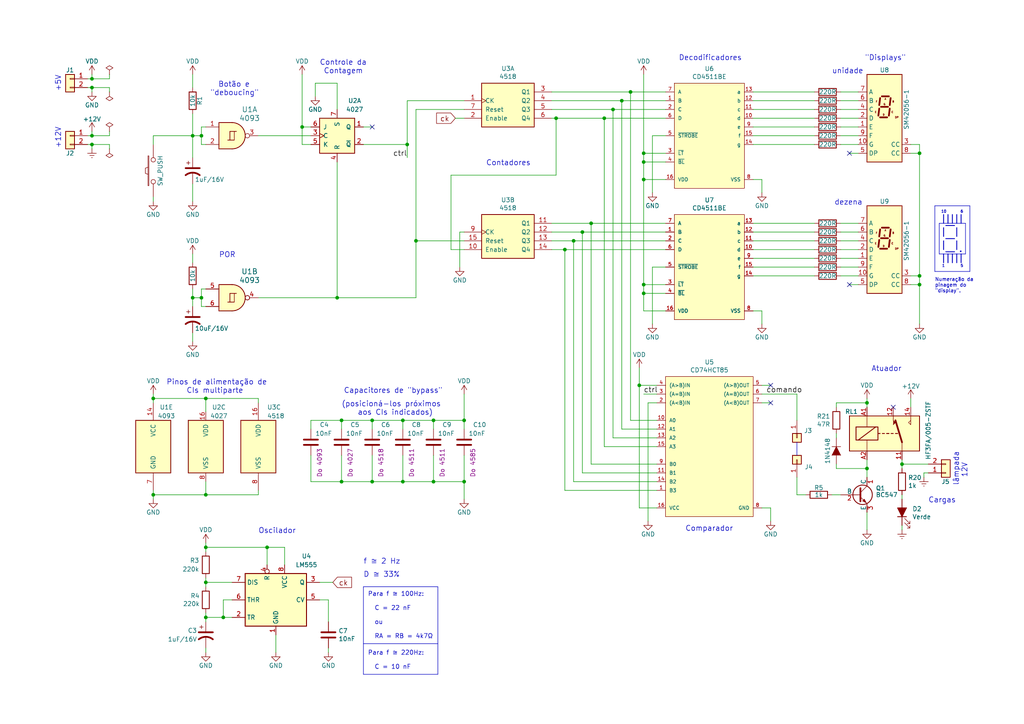
<source format=kicad_sch>
(kicad_sch (version 20230121) (generator eeschema)
  (paper "A4")
  (title_block (title "Dado Digital - CMOS") (date "2023-07-24") (rev "1.0.1") (company "ETE102 - Fundamentos de Circuitos Digitais") (comment 1 "Licença: CC-BY-SA (http://creativecommons.org/licenses/by-sa/4.0/)"))
  (junction (at 186.69 52.07))
  (junction (at 177.8 31.75))
  (junction (at 55.88 86.36))
  (junction (at 64.77 179.07))
  (junction (at 118.11 41.91))
  (junction (at 186.69 82.55))
  (junction (at 59.69 143.51))
  (junction (at 55.88 39.37))
  (junction (at 168.91 67.31))
  (junction (at 116.84 121.92))
  (junction (at 161.29 34.29))
  (junction (at 99.06 121.92))
  (junction (at 77.47 158.75))
  (junction (at 26.67 41.91))
  (junction (at 87.63 36.83))
  (junction (at 97.79 86.36))
  (junction (at 125.73 121.92))
  (junction (at 59.69 158.75))
  (junction (at 266.7 44.45))
  (junction (at 266.7 82.55))
  (junction (at 44.45 115.57))
  (junction (at 185.42 111.76))
  (junction (at 171.45 64.77))
  (junction (at 163.83 72.39))
  (junction (at 251.46 135.89))
  (junction (at 261.62 134.62))
  (junction (at 116.84 139.7))
  (junction (at 180.34 29.21))
  (junction (at 186.69 44.45))
  (junction (at 107.95 139.7))
  (junction (at 99.06 139.7))
  (junction (at 59.69 179.07))
  (junction (at 125.73 139.7))
  (junction (at 134.62 121.92))
  (junction (at 251.46 116.84))
  (junction (at 26.67 22.86))
  (junction (at 58.42 39.37))
  (junction (at 120.65 69.85))
  (junction (at 26.67 39.37))
  (junction (at 59.69 115.57))
  (junction (at 166.37 69.85))
  (junction (at 107.95 121.92))
  (junction (at 44.45 143.51))
  (junction (at 58.42 86.36))
  (junction (at 59.69 168.91))
  (junction (at 134.62 139.7))
  (junction (at 175.26 34.29))
  (junction (at 26.67 25.4))
  (junction (at 186.69 46.99))
  (junction (at 186.69 85.09))
  (junction (at 182.88 26.67))
  (junction (at 266.7 80.01))
  (no_connect (at 107.95 36.83))
  (no_connect (at 223.52 111.76))
  (no_connect (at 223.52 116.84))
  (no_connect (at 246.38 82.55))
  (no_connect (at 246.38 44.45))
  (no_connect (at 259.08 118.11))
  (wire (pts (xy 74.93 143.51) (xy 59.69 143.51)))
  (wire (pts (xy 116.84 139.7) (xy 107.95 139.7)))
  (wire (pts (xy 243.84 34.29) (xy 248.92 34.29)))
  (wire (pts (xy 59.69 158.75) (xy 59.69 160.02)))
  (wire (pts (xy 166.37 69.85) (xy 166.37 139.7)))
  (wire (pts (xy 134.62 132.08) (xy 134.62 139.7)))
  (polyline (pts (xy 278.511 72.771) (xy 278.765 72.771)))
  (wire (pts (xy 120.65 69.85) (xy 120.65 31.75)))
  (wire (pts (xy 218.44 69.85) (xy 236.22 69.85)))
  (wire (pts (xy 175.26 129.54) (xy 190.5 129.54)))
  (wire (pts (xy 246.38 82.55) (xy 248.92 82.55)))
  (wire (pts (xy 171.45 64.77) (xy 171.45 134.62)))
  (wire (pts (xy 177.8 127) (xy 190.5 127)))
  (polyline (pts (xy 127 195.58) (xy 105.41 195.58)))
  (wire (pts (xy 242.57 135.89) (xy 251.46 135.89)))
  (wire (pts (xy 99.06 121.92) (xy 107.95 121.92)))
  (wire (pts (xy 44.45 58.42) (xy 44.45 57.15)))
  (wire (pts (xy 193.04 85.09) (xy 186.69 85.09)))
  (wire (pts (xy 218.44 67.31) (xy 236.22 67.31)))
  (wire (pts (xy 26.67 22.86) (xy 31.75 22.86)))
  (wire (pts (xy 95.25 180.34) (xy 95.25 173.99)))
  (wire (pts (xy 223.52 147.32) (xy 223.52 151.13)))
  (wire (pts (xy 97.79 86.36) (xy 120.65 86.36)))
  (wire (pts (xy 77.47 163.83) (xy 77.47 158.75)))
  (wire (pts (xy 125.73 121.92) (xy 134.62 121.92)))
  (wire (pts (xy 218.44 34.29) (xy 236.22 34.29)))
  (wire (pts (xy 182.88 121.92) (xy 182.88 26.67)))
  (polyline (pts (xy 271.145 78.74) (xy 281.305 78.74)))
  (wire (pts (xy 218.44 36.83) (xy 236.22 36.83)))
  (wire (pts (xy 261.62 134.62) (xy 261.62 135.89)))
  (wire (pts (xy 186.69 85.09) (xy 186.69 90.17)))
  (wire (pts (xy 74.93 142.24) (xy 74.93 143.51)))
  (wire (pts (xy 55.88 83.82) (xy 55.88 86.36)))
  (wire (pts (xy 95.25 189.23) (xy 95.25 187.96)))
  (wire (pts (xy 266.7 44.45) (xy 264.16 44.45)))
  (wire (pts (xy 107.95 124.46) (xy 107.95 121.92)))
  (wire (pts (xy 58.42 86.36) (xy 55.88 86.36)))
  (wire (pts (xy 25.4 25.4) (xy 26.67 25.4)))
  (wire (pts (xy 44.45 115.57) (xy 59.69 115.57)))
  (polyline (pts (xy 273.685 69.85) (xy 273.685 72.39)) (stroke (width 0.254) (type solid)))
  (wire (pts (xy 251.46 115.57) (xy 251.46 116.84)))
  (wire (pts (xy 163.83 142.24) (xy 190.5 142.24)))
  (wire (pts (xy 168.91 67.31) (xy 168.91 137.16)))
  (wire (pts (xy 90.17 41.91) (xy 87.63 41.91)))
  (wire (pts (xy 269.24 137.16) (xy 267.97 137.16)))
  (wire (pts (xy 242.57 125.73) (xy 242.57 127)))
  (wire (pts (xy 133.35 67.31) (xy 133.35 77.47)))
  (wire (pts (xy 134.62 121.92) (xy 134.62 124.46)))
  (wire (pts (xy 99.06 139.7) (xy 99.06 132.08)))
  (wire (pts (xy 64.77 173.99) (xy 67.31 173.99)))
  (wire (pts (xy 193.04 90.17) (xy 186.69 90.17)))
  (polyline (pts (xy 277.495 73.66) (xy 277.495 76.2)) (stroke (width 0.254) (type solid)))
  (wire (pts (xy 266.7 41.91) (xy 266.7 44.45)))
  (polyline (pts (xy 273.685 73.66) (xy 273.685 76.2)) (stroke (width 0.254) (type solid)))
  (polyline (pts (xy 272.415 73.66) (xy 280.035 73.66)) (stroke (width 0) (type solid)))
  (wire (pts (xy 120.65 86.36) (xy 120.65 69.85)))
  (wire (pts (xy 80.01 189.23) (xy 80.01 184.15)))
  (wire (pts (xy 243.84 41.91) (xy 248.92 41.91)))
  (wire (pts (xy 218.44 29.21) (xy 236.22 29.21)))
  (wire (pts (xy 125.73 139.7) (xy 116.84 139.7)))
  (wire (pts (xy 59.69 168.91) (xy 59.69 170.18)))
  (wire (pts (xy 261.62 143.51) (xy 261.62 144.78)))
  (wire (pts (xy 175.26 129.54) (xy 175.26 34.29)))
  (polyline (pts (xy 281.305 59.69) (xy 271.145 59.69)))
  (wire (pts (xy 26.67 39.37) (xy 31.75 39.37)))
  (wire (pts (xy 160.02 72.39) (xy 163.83 72.39)))
  (wire (pts (xy 243.84 26.67) (xy 248.92 26.67)))
  (wire (pts (xy 55.88 33.02) (xy 55.88 39.37)))
  (polyline (pts (xy 276.225 62.23) (xy 276.225 64.77)) (stroke (width 0.254) (type solid)))
  (wire (pts (xy 231.14 143.51) (xy 231.14 138.43)))
  (wire (pts (xy 31.75 25.4) (xy 31.75 26.67)))
  (wire (pts (xy 90.17 121.92) (xy 99.06 121.92)))
  (wire (pts (xy 87.63 21.59) (xy 87.63 36.83)))
  (polyline (pts (xy 272.415 64.77) (xy 272.415 73.66)) (stroke (width 0) (type solid)))
  (wire (pts (xy 116.84 139.7) (xy 116.84 132.08)))
  (wire (pts (xy 251.46 133.35) (xy 251.46 135.89)))
  (wire (pts (xy 182.88 26.67) (xy 193.04 26.67)))
  (wire (pts (xy 59.69 115.57) (xy 74.93 115.57)))
  (wire (pts (xy 168.91 67.31) (xy 193.04 67.31)))
  (wire (pts (xy 220.98 90.17) (xy 220.98 93.98)))
  (wire (pts (xy 58.42 39.37) (xy 58.42 41.91)))
  (wire (pts (xy 193.04 39.37) (xy 189.23 39.37)))
  (wire (pts (xy 243.84 36.83) (xy 248.92 36.83)))
  (wire (pts (xy 261.62 152.4) (xy 261.62 153.67)))
  (wire (pts (xy 166.37 69.85) (xy 193.04 69.85)))
  (wire (pts (xy 185.42 111.76) (xy 190.5 111.76)))
  (wire (pts (xy 107.95 36.83) (xy 105.41 36.83)))
  (wire (pts (xy 177.8 31.75) (xy 193.04 31.75)))
  (wire (pts (xy 59.69 143.51) (xy 44.45 143.51)))
  (wire (pts (xy 266.7 80.01) (xy 266.7 82.55)))
  (wire (pts (xy 166.37 139.7) (xy 190.5 139.7)))
  (wire (pts (xy 160.02 67.31) (xy 168.91 67.31)))
  (wire (pts (xy 90.17 139.7) (xy 90.17 132.08)))
  (wire (pts (xy 266.7 44.45) (xy 266.7 80.01)))
  (wire (pts (xy 82.55 158.75) (xy 82.55 163.83)))
  (polyline (pts (xy 276.225 73.66) (xy 276.225 76.2)) (stroke (width 0.254) (type solid)))
  (wire (pts (xy 96.52 168.91) (xy 92.71 168.91)))
  (wire (pts (xy 261.62 134.62) (xy 269.24 134.62)))
  (wire (pts (xy 264.16 118.11) (xy 264.16 115.57)))
  (wire (pts (xy 243.84 74.93) (xy 248.92 74.93)))
  (wire (pts (xy 77.47 158.75) (xy 82.55 158.75)))
  (wire (pts (xy 218.44 26.67) (xy 236.22 26.67)))
  (wire (pts (xy 186.69 52.07) (xy 186.69 82.55)))
  (wire (pts (xy 74.93 86.36) (xy 97.79 86.36)))
  (wire (pts (xy 246.38 44.45) (xy 248.92 44.45)))
  (wire (pts (xy 185.42 111.76) (xy 185.42 106.68)))
  (wire (pts (xy 186.69 44.45) (xy 186.69 46.99)))
  (wire (pts (xy 107.95 139.7) (xy 99.06 139.7)))
  (wire (pts (xy 193.04 77.47) (xy 189.23 77.47)))
  (wire (pts (xy 175.26 34.29) (xy 193.04 34.29)))
  (wire (pts (xy 218.44 52.07) (xy 220.98 52.07)))
  (wire (pts (xy 31.75 22.86) (xy 31.75 21.59)))
  (wire (pts (xy 180.34 124.46) (xy 180.34 29.21)))
  (wire (pts (xy 120.65 31.75) (xy 134.62 31.75)))
  (wire (pts (xy 55.88 21.59) (xy 55.88 25.4)))
  (wire (pts (xy 193.04 44.45) (xy 186.69 44.45)))
  (polyline (pts (xy 231.14 128.27) (xy 231.14 132.08)))
  (wire (pts (xy 267.97 137.16) (xy 267.97 138.43)))
  (wire (pts (xy 58.42 36.83) (xy 58.42 39.37)))
  (wire (pts (xy 26.67 41.91) (xy 31.75 41.91)))
  (wire (pts (xy 31.75 41.91) (xy 31.75 43.18)))
  (wire (pts (xy 44.45 116.84) (xy 44.45 115.57)))
  (wire (pts (xy 125.73 124.46) (xy 125.73 121.92)))
  (wire (pts (xy 160.02 26.67) (xy 182.88 26.67)))
  (wire (pts (xy 67.31 168.91) (xy 59.69 168.91)))
  (wire (pts (xy 182.88 121.92) (xy 190.5 121.92)))
  (wire (pts (xy 26.67 25.4) (xy 31.75 25.4)))
  (wire (pts (xy 44.45 39.37) (xy 55.88 39.37)))
  (wire (pts (xy 161.29 34.29) (xy 175.26 34.29)))
  (wire (pts (xy 231.14 143.51) (xy 233.68 143.51)))
  (wire (pts (xy 105.41 41.91) (xy 118.11 41.91)))
  (wire (pts (xy 243.84 69.85) (xy 248.92 69.85)))
  (wire (pts (xy 134.62 139.7) (xy 125.73 139.7)))
  (wire (pts (xy 118.11 29.21) (xy 118.11 41.91)))
  (polyline (pts (xy 105.41 170.18) (xy 127 170.18)))
  (wire (pts (xy 59.69 179.07) (xy 64.77 179.07)))
  (wire (pts (xy 134.62 139.7) (xy 134.62 144.78)))
  (wire (pts (xy 134.62 29.21) (xy 118.11 29.21)))
  (wire (pts (xy 251.46 148.59) (xy 251.46 153.67)))
  (wire (pts (xy 161.29 50.8) (xy 161.29 34.29)))
  (polyline (pts (xy 278.765 73.025) (xy 278.511 73.025)))
  (wire (pts (xy 116.84 121.92) (xy 125.73 121.92)))
  (polyline (pts (xy 274.955 62.23) (xy 274.955 64.77)) (stroke (width 0.254) (type solid)))
  (wire (pts (xy 44.45 143.51) (xy 44.45 142.24)))
  (wire (pts (xy 251.46 135.89) (xy 251.46 138.43)))
  (wire (pts (xy 44.45 39.37) (xy 44.45 41.91)))
  (polyline (pts (xy 271.145 59.69) (xy 271.145 78.74)))
  (polyline (pts (xy 271.145 59.69) (xy 271.145 59.69)))
  (wire (pts (xy 186.69 46.99) (xy 186.69 52.07)))
  (wire (pts (xy 58.42 88.9) (xy 59.69 88.9)))
  (wire (pts (xy 116.84 124.46) (xy 116.84 121.92)))
  (wire (pts (xy 125.73 132.08) (xy 125.73 139.7)))
  (wire (pts (xy 218.44 31.75) (xy 236.22 31.75)))
  (wire (pts (xy 25.4 22.86) (xy 26.67 22.86)))
  (wire (pts (xy 107.95 132.08) (xy 107.95 139.7)))
  (wire (pts (xy 243.84 31.75) (xy 248.92 31.75)))
  (wire (pts (xy 251.46 116.84) (xy 251.46 118.11)))
  (wire (pts (xy 59.69 187.96) (xy 59.69 189.23)))
  (polyline (pts (xy 105.41 170.18) (xy 105.41 195.58)))
  (wire (pts (xy 59.69 158.75) (xy 77.47 158.75)))
  (wire (pts (xy 243.84 64.77) (xy 248.92 64.77)))
  (polyline (pts (xy 274.32 73.025) (xy 276.86 73.025)) (stroke (width 0.254) (type solid)))
  (wire (pts (xy 223.52 116.84) (xy 220.98 116.84)))
  (wire (pts (xy 26.67 41.91) (xy 26.67 43.18)))
  (wire (pts (xy 64.77 179.07) (xy 64.77 173.99)))
  (polyline (pts (xy 273.685 66.04) (xy 273.685 68.58)) (stroke (width 0.254) (type solid)))
  (wire (pts (xy 189.23 39.37) (xy 189.23 55.88)))
  (wire (pts (xy 160.02 31.75) (xy 177.8 31.75)))
  (wire (pts (xy 59.69 83.82) (xy 58.42 83.82)))
  (wire (pts (xy 58.42 83.82) (xy 58.42 86.36)))
  (wire (pts (xy 87.63 36.83) (xy 87.63 41.91)))
  (polyline (pts (xy 127 170.18) (xy 127 195.58)))
  (wire (pts (xy 99.06 139.7) (xy 90.17 139.7)))
  (wire (pts (xy 190.5 114.3) (xy 186.69 114.3)))
  (wire (pts (xy 59.69 157.48) (xy 59.69 158.75)))
  (wire (pts (xy 25.4 41.91) (xy 26.67 41.91)))
  (wire (pts (xy 134.62 69.85) (xy 120.65 69.85)))
  (wire (pts (xy 218.44 39.37) (xy 236.22 39.37)))
  (wire (pts (xy 218.44 41.91) (xy 236.22 41.91)))
  (wire (pts (xy 190.5 147.32) (xy 185.42 147.32)))
  (wire (pts (xy 74.93 115.57) (xy 74.93 116.84)))
  (wire (pts (xy 220.98 147.32) (xy 223.52 147.32)))
  (wire (pts (xy 220.98 52.07) (xy 220.98 55.88)))
  (wire (pts (xy 59.69 139.7) (xy 59.69 143.51)))
  (wire (pts (xy 171.45 134.62) (xy 190.5 134.62)))
  (wire (pts (xy 160.02 34.29) (xy 161.29 34.29)))
  (wire (pts (xy 90.17 36.83) (xy 87.63 36.83)))
  (wire (pts (xy 186.69 21.59) (xy 186.69 44.45)))
  (wire (pts (xy 55.88 76.2) (xy 55.88 73.66)))
  (wire (pts (xy 97.79 46.99) (xy 97.79 86.36)))
  (polyline (pts (xy 277.495 69.85) (xy 277.495 72.39)) (stroke (width 0.254) (type solid)))
  (wire (pts (xy 134.62 121.92) (xy 134.62 114.3)))
  (wire (pts (xy 55.88 58.42) (xy 55.88 53.34)))
  (wire (pts (xy 25.4 39.37) (xy 26.67 39.37)))
  (wire (pts (xy 163.83 72.39) (xy 163.83 142.24)))
  (wire (pts (xy 59.69 119.38) (xy 59.69 115.57)))
  (wire (pts (xy 266.7 82.55) (xy 264.16 82.55)))
  (polyline (pts (xy 278.765 73.66) (xy 278.765 76.2)) (stroke (width 0.254) (type solid)))
  (wire (pts (xy 243.84 80.01) (xy 248.92 80.01)))
  (wire (pts (xy 185.42 147.32) (xy 185.42 111.76)))
  (wire (pts (xy 187.96 116.84) (xy 190.5 116.84)))
  (wire (pts (xy 186.69 82.55) (xy 186.69 85.09)))
  (wire (pts (xy 58.42 41.91) (xy 59.69 41.91)))
  (wire (pts (xy 74.93 39.37) (xy 90.17 39.37)))
  (wire (pts (xy 242.57 135.89) (xy 242.57 134.62)))
  (polyline (pts (xy 274.32 65.405) (xy 276.86 65.405)) (stroke (width 0.254) (type solid)))
  (polyline (pts (xy 274.955 73.66) (xy 274.955 76.2)) (stroke (width 0.254) (type solid)))
  (wire (pts (xy 26.67 38.1) (xy 26.67 39.37)))
  (wire (pts (xy 55.88 39.37) (xy 58.42 39.37)))
  (wire (pts (xy 218.44 80.01) (xy 236.22 80.01)))
  (polyline (pts (xy 277.495 66.04) (xy 277.495 68.58)) (stroke (width 0.254) (type solid)))
  (polyline (pts (xy 127 186.69) (xy 105.41 186.69)))
  (wire (pts (xy 231.14 114.3) (xy 231.14 121.92)))
  (wire (pts (xy 160.02 64.77) (xy 171.45 64.77)))
  (wire (pts (xy 58.42 86.36) (xy 58.42 88.9)))
  (wire (pts (xy 242.57 116.84) (xy 242.57 118.11)))
  (polyline (pts (xy 278.765 72.771) (xy 278.765 73.025)))
  (polyline (pts (xy 281.305 78.74) (xy 281.305 59.69)))
  (wire (pts (xy 180.34 124.46) (xy 190.5 124.46)))
  (wire (pts (xy 160.02 29.21) (xy 180.34 29.21)))
  (wire (pts (xy 130.81 50.8) (xy 161.29 50.8)))
  (polyline (pts (xy 277.495 62.23) (xy 277.495 64.77)) (stroke (width 0.254) (type solid)))
  (wire (pts (xy 97.79 24.13) (xy 97.79 31.75)))
  (wire (pts (xy 160.02 69.85) (xy 166.37 69.85)))
  (wire (pts (xy 130.81 72.39) (xy 134.62 72.39)))
  (wire (pts (xy 95.25 173.99) (xy 92.71 173.99)))
  (wire (pts (xy 26.67 22.86) (xy 26.67 21.59)))
  (wire (pts (xy 218.44 90.17) (xy 220.98 90.17)))
  (wire (pts (xy 243.84 77.47) (xy 248.92 77.47)))
  (wire (pts (xy 218.44 77.47) (xy 236.22 77.47)))
  (wire (pts (xy 44.45 115.57) (xy 44.45 114.3)))
  (wire (pts (xy 171.45 64.77) (xy 193.04 64.77)))
  (wire (pts (xy 190.5 137.16) (xy 168.91 137.16)))
  (wire (pts (xy 261.62 134.62) (xy 261.62 133.35)))
  (wire (pts (xy 251.46 116.84) (xy 242.57 116.84)))
  (wire (pts (xy 177.8 127) (xy 177.8 31.75)))
  (wire (pts (xy 266.7 41.91) (xy 264.16 41.91)))
  (wire (pts (xy 59.69 179.07) (xy 59.69 180.34)))
  (wire (pts (xy 193.04 46.99) (xy 186.69 46.99)))
  (wire (pts (xy 243.84 29.21) (xy 248.92 29.21)))
  (wire (pts (xy 180.34 29.21) (xy 193.04 29.21)))
  (wire (pts (xy 220.98 114.3) (xy 231.14 114.3)))
  (wire (pts (xy 67.31 179.07) (xy 64.77 179.07)))
  (wire (pts (xy 31.75 39.37) (xy 31.75 38.1)))
  (wire (pts (xy 266.7 82.55) (xy 266.7 93.98)))
  (wire (pts (xy 218.44 72.39) (xy 236.22 72.39)))
  (wire (pts (xy 223.52 111.76) (xy 220.98 111.76)))
  (wire (pts (xy 193.04 52.07) (xy 186.69 52.07)))
  (polyline (pts (xy 278.765 62.23) (xy 278.765 64.77)) (stroke (width 0.254) (type solid)))
  (wire (pts (xy 266.7 80.01) (xy 264.16 80.01)))
  (wire (pts (xy 90.17 124.46) (xy 90.17 121.92)))
  (polyline (pts (xy 273.685 62.23) (xy 273.685 64.77)) (stroke (width 0.254) (type solid)))
  (wire (pts (xy 218.44 64.77) (xy 236.22 64.77)))
  (wire (pts (xy 163.83 72.39) (xy 193.04 72.39)))
  (wire (pts (xy 59.69 167.64) (xy 59.69 168.91)))
  (wire (pts (xy 241.3 143.51) (xy 243.84 143.51)))
  (wire (pts (xy 193.04 82.55) (xy 186.69 82.55)))
  (wire (pts (xy 26.67 25.4) (xy 26.67 26.67)))
  (wire (pts (xy 97.79 24.13) (xy 91.44 24.13)))
  (wire (pts (xy 55.88 39.37) (xy 55.88 45.72)))
  (wire (pts (xy 55.88 96.52) (xy 55.88 99.06)))
  (polyline (pts (xy 280.035 73.66) (xy 280.035 64.77)) (stroke (width 0) (type solid)))
  (wire (pts (xy 132.08 34.29) (xy 134.62 34.29)))
  (polyline (pts (xy 278.511 72.771) (xy 278.511 73.025)))
  (wire (pts (xy 99.06 124.46) (xy 99.06 121.92)))
  (polyline (pts (xy 272.415 64.77) (xy 280.035 64.77)) (stroke (width 0) (type solid)))
  (wire (pts (xy 59.69 36.83) (xy 58.42 36.83)))
  (wire (pts (xy 187.96 116.84) (xy 187.96 151.13)))
  (wire (pts (xy 91.44 24.13) (xy 91.44 27.94)))
  (wire (pts (xy 243.84 67.31) (xy 248.92 67.31)))
  (wire (pts (xy 59.69 177.8) (xy 59.69 179.07)))
  (wire (pts (xy 130.81 72.39) (xy 130.81 50.8)))
  (wire (pts (xy 243.84 72.39) (xy 248.92 72.39)))
  (wire (pts (xy 189.23 77.47) (xy 189.23 93.98)))
  (wire (pts (xy 107.95 121.92) (xy 116.84 121.92)))
  (wire (pts (xy 134.62 67.31) (xy 133.35 67.31)))
  (polyline (pts (xy 274.32 69.215) (xy 276.86 69.215)) (stroke (width 0.254) (type solid)))
  (wire (pts (xy 118.11 41.91) (xy 118.11 45.72)))
  (wire (pts (xy 44.45 144.78) (xy 44.45 143.51)))
  (wire (pts (xy 243.84 39.37) (xy 248.92 39.37)))
  (wire (pts (xy 218.44 74.93) (xy 236.22 74.93)))
  (wire (pts (xy 55.88 86.36) (xy 55.88 88.9)))
  (text "Capacitores de \"bypass\"" (at 99.695 114.3 0) (effects (font (size 1.524 1.524)) (justify left bottom)))
  (text "1" (at 273.177 77.724 0) (effects (font (size 0.762 0.762)) (justify left bottom)))
  (text "+12V" (at 17.78 43.18 90) (effects (font (size 1.524 1.524)) (justify left bottom)))
  (text "Para f ≅ 220Hz:\n\n  C = 10 nF" (at 106.68 194.31 0) (effects (font (size 1.27 1.27)) (justify left bottom)))
  (text "POR" (at 63.5 74.93 0) (effects (font (size 1.524 1.524)) (justify left bottom)))
  (text "Decodificadores" (at 196.85 17.78 0) (effects (font (size 1.524 1.524)) (justify left bottom)))
  (text "Para f ≅ 100Hz:\n\n  C = 22 nF\n\n  ou\n\n  RA = RB = 4k7Ω" (at 106.68 185.42 0) (effects (font (size 1.27 1.27)) (justify left bottom)))
  (text "Pinos de alimentação de\n     CIs multiparte" (at 48.26 114.3 0) (effects (font (size 1.524 1.524)) (justify left bottom)))
  (text "Oscilador" (at 74.93 154.94 0) (effects (font (size 1.524 1.524)) (justify left bottom)))
  (text "10" (at 272.923 61.976 0) (effects (font (size 0.762 0.762)) (justify left bottom)))
  (text "unidade" (at 241.3 21.59 0) (effects (font (size 1.524 1.524)) (justify left bottom)))
  (text "\"Displays\"" (at 250.825 17.78 0) (effects (font (size 1.524 1.524)) (justify left bottom)))
  (text "+5V" (at 17.78 26.67 90) (effects (font (size 1.524 1.524)) (justify left bottom)))
  (text "D ≅ 33%" (at 105.41 167.64 0) (effects (font (size 1.524 1.524)) (justify left bottom)))
  (text "Cargas" (at 269.24 146.05 0) (effects (font (size 1.524 1.524)) (justify left bottom)))
  (text "6" (at 278.511 61.976 0) (effects (font (size 0.762 0.762)) (justify left bottom)))
  (text "5" (at 278.511 77.724 0) (effects (font (size 0.762 0.762)) (justify left bottom)))
  (text "  Botão e\n\"deboucing\"" (at 60.96 27.94 0) (effects (font (size 1.524 1.524)) (justify left bottom)))
  (text "Atuador" (at 252.73 107.95 0) (effects (font (size 1.524 1.524)) (justify left bottom)))
  (text "Controle da\n Contagem" (at 92.71 21.59 0) (effects (font (size 1.524 1.524)) (justify left bottom)))
  (text "dezena" (at 250.19 59.69 0) (effects (font (size 1.524 1.524)) (justify right bottom)))
  (text "lâmpada\n  12V" (at 280.67 140.97 90) (effects (font (size 1.524 1.524)) (justify left bottom)))
  (text "(posicioná-los próximos\n    aos CIs indicados)" (at 99.06 120.65 0) (effects (font (size 1.524 1.524)) (justify left bottom)))
  (text "Contadores" (at 140.97 48.26 0) (effects (font (size 1.524 1.524)) (justify left bottom)))
  (text "Comparador" (at 198.755 154.305 0) (effects (font (size 1.524 1.524)) (justify left bottom)))
  (text "f ≅ 2 Hz" (at 105.41 163.83 0) (effects (font (size 1.524 1.524)) (justify left bottom)))
  (text "Numeração da\npinagem do\n\"display\"." (at 271.145 85.09 0) (effects (font (size 1.016 1.016)) (justify left bottom)))
  (label "comando" (at 222.25 114.3 0) (effects (font (size 1.524 1.524))))
  (label "ctrl" (at 118.11 45.72 180) (effects (font (size 1.524 1.524))))
  (label "ctrl" (at 186.69 114.3 0) (effects (font (size 1.524 1.524))))
  (global_label "ck" (shape input) (at 132.08 34.29 180) (effects (font (size 1.524 1.524))) (property "Intersheetrefs" "${INTERSHEET_REFS}" (effects hide)))
  (global_label "ck" (shape input) (at 96.52 168.91 0) (effects (font (size 1.524 1.524))) (property "Intersheetrefs" "${INTERSHEET_REFS}" (effects hide)))
  (symbol (lib_id "DD_CMOS-rescue:SW_PUSH") (at 44.45 49.53 90) (unit 1)
    (property "Reference" "SW1" (effects hide))
    (property "Value" "SW_PUSH" (at 46.482 49.53 0))
    (property "Footprint" "Button_Switch_THT:SW_PUSH_6mm" (effects hide))
  )
  (symbol (lib_id "power:GND") (at 44.45 58.42 0) (unit 1)
    (property "Reference" "#PWR06" (effects hide))
    (property "Value" "GND" (at 44.45 62.23 0))
  )
  (symbol (lib_id "DD_CMOS-rescue:R") (at 55.88 29.21 0) (unit 1)
    (property "Reference" "R1" (at 57.912 29.21 90))
    (property "Value" "10k" (at 55.88 29.21 90))
    (property "Footprint" "Resistor_THT:R_Axial_DIN0207_L6.3mm_D2.5mm_P10.16mm_Horizontal" (effects hide))
  )
  (symbol (lib_id "DD_CMOS-rescue:CP1-Device") (at 55.88 49.53 0) (unit 1)
    (property "Reference" "C1" (effects hide))
    (property "Value" "1uF/16V" (at 56.515 52.07 0) (effects (justify left)))
    (property "Footprint" "Capacitor_THT:CP_Radial_D5.0mm_P2.50mm" (effects hide))
  )
  (symbol (lib_id "power:GND") (at 55.88 58.42 0) (unit 1)
    (property "Reference" "#PWR010" (effects hide))
    (property "Value" "GND" (at 55.88 62.23 0))
  )
  (symbol (lib_id "power:VDD") (at 87.63 21.59 0) (unit 1)
    (property "Reference" "#PWR015" (effects hide))
    (property "Value" "VDD" (at 87.63 17.78 0))
  )
  (symbol (lib_id "4xxx:4027") (at 97.79 39.37 0) (unit 1)
    (property "Reference" "U2" (at 102.87 29.21 0))
    (property "Value" "4027" (at 102.87 31.75 0))
    (property "Footprint" "Package_DIP:DIP-16_W7.62mm_LongPads" (effects hide))
  )
  (symbol (lib_id "power:GND") (at 133.35 77.47 0) (unit 1)
    (property "Reference" "#PWR019" (effects hide))
    (property "Value" "GND" (at 133.35 81.28 0))
  )
  (symbol (lib_id "power:VDD") (at 55.88 73.66 0) (unit 1)
    (property "Reference" "#PWR011" (effects hide))
    (property "Value" "VDD" (at 55.88 69.85 0))
  )
  (symbol (lib_id "DD_CMOS-rescue:R") (at 55.88 80.01 0) (unit 1)
    (property "Reference" "R2" (effects hide))
    (property "Value" "10k" (at 55.88 80.01 90))
    (property "Footprint" "Resistor_THT:R_Axial_DIN0207_L6.3mm_D2.5mm_P10.16mm_Horizontal" (effects hide))
  )
  (symbol (lib_id "DD_CMOS-rescue:CP1-Device") (at 55.88 92.71 0) (unit 1)
    (property "Reference" "C2" (effects hide))
    (property "Value" "10uF/16V" (at 56.515 95.25 0) (effects (justify left)))
    (property "Footprint" "Capacitor_THT:CP_Radial_D5.0mm_P2.50mm" (effects hide))
  )
  (symbol (lib_id "power:GND") (at 55.88 99.06 0) (unit 1)
    (property "Reference" "#PWR012" (effects hide))
    (property "Value" "GND" (at 55.88 102.87 0))
  )
  (symbol (lib_id "power:VDD") (at 55.88 21.59 0) (unit 1)
    (property "Reference" "#PWR09" (effects hide))
    (property "Value" "VDD" (at 55.88 17.78 0))
  )
  (symbol (lib_id "DD_CMOS-rescue:R") (at 237.49 143.51 90) (unit 1)
    (property "Reference" "R5" (at 237.49 141.478 90))
    (property "Value" "1k" (at 237.49 143.51 90))
    (property "Footprint" "Resistor_THT:R_Axial_DIN0207_L6.3mm_D2.5mm_P10.16mm_Horizontal" (effects hide))
  )
  (symbol (lib_id "DD_CMOS-rescue:BC549") (at 248.92 143.51 0) (unit 1)
    (property "Reference" "Q1" (at 254 141.605 0) (effects (justify left)))
    (property "Value" "BC547" (at 254 143.51 0) (effects (justify left)))
    (property "Footprint" "Package_TO_SOT_THT:TO-92" (effects hide))
  )
  (symbol (lib_id "DD_CMOS-rescue:D") (at 242.57 130.81 270) (unit 1)
    (property "Reference" "D1" (effects hide))
    (property "Value" "1N4148" (at 240.03 130.81 0))
    (property "Footprint" "Diode_THT:D_DO-34_SOD68_P7.62mm_Horizontal" (effects hide))
  )
  (symbol (lib_id "power:VDD") (at 251.46 115.57 0) (unit 1)
    (property "Reference" "#PWR030" (effects hide))
    (property "Value" "VDD" (at 251.46 111.76 0))
  )
  (symbol (lib_id "power:GND") (at 251.46 153.67 0) (unit 1)
    (property "Reference" "#PWR031" (effects hide))
    (property "Value" "GND" (at 251.46 157.48 0))
  )
  (symbol (lib_id "power:GND") (at 187.96 151.13 0) (unit 1)
    (property "Reference" "#PWR024" (effects hide))
    (property "Value" "GND" (at 187.96 154.94 0))
  )
  (symbol (lib_id "DD_CMOS-rescue:R") (at 240.03 26.67 90) (unit 1)
    (property "Reference" "R6" (effects hide))
    (property "Value" "220R" (at 240.03 26.67 90))
    (property "Footprint" "Resistor_THT:R_Axial_DIN0207_L6.3mm_D2.5mm_P10.16mm_Horizontal" (effects hide))
  )
  (symbol (lib_id "power:VDD") (at 186.69 21.59 0) (unit 1)
    (property "Reference" "#PWR023" (effects hide))
    (property "Value" "VDD" (at 186.69 17.78 0))
  )
  (symbol (lib_id "power:GND") (at 189.23 55.88 0) (unit 1)
    (property "Reference" "#PWR025" (effects hide))
    (property "Value" "GND" (at 189.23 59.69 0))
  )
  (symbol (lib_id "power:GND") (at 91.44 27.94 0) (unit 1)
    (property "Reference" "#PWR016" (effects hide))
    (property "Value" "GND" (at 91.44 31.75 0))
  )
  (symbol (lib_id "power:GND") (at 266.7 93.98 0) (unit 1)
    (property "Reference" "#PWR034" (effects hide))
    (property "Value" "GND" (at 266.7 97.79 0))
  )
  (symbol (lib_id "power:VDD") (at 185.42 106.68 0) (unit 1)
    (property "Reference" "#PWR022" (effects hide))
    (property "Value" "VDD" (at 185.42 102.87 0))
  )
  (symbol (lib_id "power:GND") (at 26.67 26.67 0) (unit 1)
    (property "Reference" "#PWR02" (effects hide))
    (property "Value" "GND" (at 26.67 30.48 0))
  )
  (symbol (lib_id "4xxx:HEF4093B") (at 67.31 39.37 0) (unit 1)
    (property "Reference" "U1" (at 72.39 31.75 0) (effects (font (size 1.524 1.524))))
    (property "Value" "4093" (at 72.39 34.29 0) (effects (font (size 1.524 1.524))))
    (property "Footprint" "Package_DIP:DIP-14_W7.62mm_LongPads" (effects hide))
  )
  (symbol (lib_id "power:VDD") (at 44.45 114.3 0) (unit 1)
    (property "Reference" "#PWR07" (effects hide))
    (property "Value" "VDD" (at 44.45 110.49 0))
  )
  (symbol (lib_id "power:GND") (at 44.45 144.78 0) (unit 1)
    (property "Reference" "#PWR08" (effects hide))
    (property "Value" "GND" (at 44.45 148.59 0))
  )
  (symbol (lib_id "power:VDD") (at 26.67 21.59 0) (unit 1)
    (property "Reference" "#PWR01" (effects hide))
    (property "Value" "VDD" (at 26.67 17.78 0))
  )
  (symbol (lib_id "power:PWR_FLAG") (at 31.75 26.67 180) (unit 1)
    (property "Reference" "#PWR05" (effects hide))
    (property "Value" "PWR_FLAG" (effects hide))
  )
  (symbol (lib_id "power:GND") (at 189.23 93.98 0) (unit 1)
    (property "Reference" "#PWR026" (effects hide))
    (property "Value" "GND" (at 189.23 97.79 0))
  )
  (symbol (lib_id "power:+12V") (at 264.16 115.57 0) (unit 1)
    (property "Reference" "#PWR033" (effects hide))
    (property "Value" "+12V" (at 264.16 112.014 0))
  )
  (symbol (lib_id "power:+12V") (at 26.67 38.1 0) (unit 1)
    (property "Reference" "#PWR03" (effects hide))
    (property "Value" "+12V" (at 26.67 34.544 0))
  )
  (symbol (lib_id "DD_CMOS-rescue:FINDER-40.51") (at 256.54 125.73 0) (unit 1)
    (property "Reference" "RL1" (at 245.11 119.38 0) (effects (justify left)))
    (property "Value" "HF3FA/005-ZSTF" (at 269.24 133.35 90) (effects (justify left)))
    (property "Footprint" "Relay_THT:Relay_SPDT_SANYOU_SRD_Series_Form_C" (effects hide))
  )
  (symbol (lib_id "power:PWR_FLAG") (at 31.75 43.18 180) (unit 1)
    (property "Reference" "#FLG03" (effects hide))
    (property "Value" "PWR_FLAG" (effects hide))
  )
  (symbol (lib_id "power:PWR_FLAG") (at 31.75 38.1 0) (unit 1)
    (property "Reference" "#FLG02" (effects hide))
    (property "Value" "PWR_FLAG" (effects hide))
  )
  (symbol (lib_id "power:PWR_FLAG") (at 31.75 21.59 0) (unit 1)
    (property "Reference" "#FLG01" (effects hide))
    (property "Value" "PWR_FLAG" (effects hide))
  )
  (symbol (lib_id "4xxx:HEF4093B") (at 44.45 129.54 0) (unit 5)
    (property "Reference" "U1" (at 48.26 118.11 0))
    (property "Value" "4093" (at 48.26 120.65 0))
    (property "Footprint" "Package_DIP:DIP-14_W7.62mm_LongPads" (effects hide))
  )
  (symbol (lib_id "4xxx:HEF4093B") (at 67.31 86.36 0) (unit 2)
    (property "Reference" "U1" (at 72.39 78.74 0) (effects (font (size 1.524 1.524))))
    (property "Value" "4093" (at 72.39 81.28 0) (effects (font (size 1.524 1.524))))
    (property "Footprint" "Package_DIP:DIP-14_W7.62mm_LongPads" (effects hide))
  )
  (symbol (lib_id "4xxx:4518") (at 147.32 29.21 0) (unit 1)
    (property "Reference" "U3" (at 147.32 19.8882 0))
    (property "Value" "4518" (at 147.32 22.1996 0))
    (property "Footprint" "Package_DIP:DIP-16_W7.62mm_LongPads" (effects hide))
    (property "Datasheet" "http://www.intersil.com/content/dam/Intersil/documents/cd45/cd4518bms-20bms.pdf" (effects hide))
  )
  (symbol (lib_id "4xxx:4518") (at 147.32 67.31 0) (unit 2)
    (property "Reference" "U3" (at 147.32 57.9882 0))
    (property "Value" "4518" (at 147.32 60.2996 0))
    (property "Footprint" "Package_DIP:DIP-16_W7.62mm_LongPads" (effects hide))
    (property "Datasheet" "http://www.intersil.com/content/dam/Intersil/documents/cd45/cd4518bms-20bms.pdf" (effects hide))
  )
  (symbol (lib_id "4xxx:4518") (at 74.93 129.54 0) (unit 3)
    (property "Reference" "U3" (at 77.47 118.11 0) (effects (justify left)))
    (property "Value" "4518" (at 77.47 120.65 0) (effects (justify left)))
    (property "Footprint" "Package_DIP:DIP-16_W7.62mm_LongPads" (effects hide))
    (property "Datasheet" "http://www.intersil.com/content/dam/Intersil/documents/cd45/cd4518bms-20bms.pdf" (effects hide))
  )
  (symbol (lib_id "4xxx:4027") (at 59.69 129.54 0) (unit 3)
    (property "Reference" "U2" (at 63.5 118.11 0))
    (property "Value" "4027" (at 63.5 120.65 0))
    (property "Footprint" "Package_DIP:DIP-16_W7.62mm_LongPads" (effects hide))
  )
  (symbol (lib_id "DD_CMOS-rescue:CD4511BE-eec") (at 190.5 26.67 0) (unit 1)
    (property "Reference" "U6" (at 205.74 19.939 0))
    (property "Value" "CD4511BE" (at 205.74 22.2504 0))
    (property "Footprint" "Package_DIP:DIP-16_W7.62mm_LongPads" (effects hide))
    (property "Datasheet" "http://www.ti.com/general/docs/lit/getliterature.tsp?genericPartNumber=CD4511B&fileType=pdf" (effects hide))
    (property "Code  JEDEC" "MS-001" (effects hide))
    (property "Component Link 1 Description" "Manufacturer URL" (effects hide))
    (property "Component Link 1 URL" "http://www.ti.com/" (effects hide))
    (property "Component Link 3 Description" "Package Specification" (effects hide))
    (property "Component Link 3 URL" "http://www.ti.com/litv/pdf/mpdi002c" (effects hide))
    (property "Datasheet Version" "SCHS072B" (effects hide))
    (property "Mounting Technology" "Through Hole" (effects hide))
    (property "Package Description" "16-Pin Plastic In-Line, Body 19.305 x 6.35 mm, Pitch 2.54 mm" (effects hide))
    (property "Package Version" "4040049/E" (effects hide))
    (property "Rating" "Military" (effects hide))
    (property "Sub Family" "Discrete Segment LED Driver" (effects hide))
    (property "Vin Max V" "18" (effects hide))
    (property "Vin Min V" "3" (effects hide))
    (property "category" "IC" (effects hide))
    (property "ciiva ids" "13585921" (effects hide))
    (property "library id" "8d74ce39b66b2924" (effects hide))
    (property "manufacturer" "Texas Instruments" (effects hide))
    (property "package" "N0016A" (effects hide))
    (property "release date" "1464591341" (effects hide))
    (property "rohs" "Yes" (effects hide))
    (property "vault revision" "B4FF7ED3-A38F-4FCD-BB2B-34C921878191" (effects hide))
    (property "imported" "yes" (effects hide))
  )
  (symbol (lib_id "DD_CMOS-rescue:CD4511BE-eec") (at 190.5 64.77 0) (unit 1)
    (property "Reference" "U7" (at 205.74 58.039 0))
    (property "Value" "CD4511BE" (at 205.74 60.3504 0))
    (property "Footprint" "Package_DIP:DIP-16_W7.62mm_LongPads" (effects hide))
    (property "Datasheet" "http://www.ti.com/general/docs/lit/getliterature.tsp?genericPartNumber=CD4511B&fileType=pdf" (effects hide))
    (property "Code  JEDEC" "MS-001" (effects hide))
    (property "Component Link 1 Description" "Manufacturer URL" (effects hide))
    (property "Component Link 1 URL" "http://www.ti.com/" (effects hide))
    (property "Component Link 3 Description" "Package Specification" (effects hide))
    (property "Component Link 3 URL" "http://www.ti.com/litv/pdf/mpdi002c" (effects hide))
    (property "Datasheet Version" "SCHS072B" (effects hide))
    (property "Mounting Technology" "Through Hole" (effects hide))
    (property "Package Description" "16-Pin Plastic In-Line, Body 19.305 x 6.35 mm, Pitch 2.54 mm" (effects hide))
    (property "Package Version" "4040049/E" (effects hide))
    (property "Rating" "Military" (effects hide))
    (property "Sub Family" "Discrete Segment LED Driver" (effects hide))
    (property "Vin Max V" "18" (effects hide))
    (property "Vin Min V" "3" (effects hide))
    (property "category" "IC" (effects hide))
    (property "ciiva ids" "13585921" (effects hide))
    (property "library id" "8d74ce39b66b2924" (effects hide))
    (property "manufacturer" "Texas Instruments" (effects hide))
    (property "package" "N0016A" (effects hide))
    (property "release date" "1464591341" (effects hide))
    (property "rohs" "Yes" (effects hide))
    (property "vault revision" "B4FF7ED3-A38F-4FCD-BB2B-34C921878191" (effects hide))
    (property "imported" "yes" (effects hide))
  )
  (symbol (lib_id "DD_CMOS-rescue:CD74HCT85-eec") (at 187.96 111.76 0) (unit 1)
    (property "Reference" "U5" (at 205.74 105.029 0))
    (property "Value" "CD74HCT85" (at 205.74 107.3404 0))
    (property "Footprint" "Package_DIP:DIP-16_W7.62mm_LongPads" (effects hide))
    (property "Bits" "4" (effects hide))
    (property "Datasheet Version" "SCHS136E" (effects hide))
    (property "F  Nom VoltageMaxMhz" "70" (effects hide))
    (property "ICC  Nom VoltageMaxmA" "0.08" (effects hide))
    (property "Input Type" "TTL" (effects hide))
    (property "Operating Temperature RangeC" "-55 to 125" (effects hide))
    (property "Output Drive IOLIOHMaxmA" "4/-4" (effects hide))
    (property "Output Type" "CMOS" (effects hide))
    (property "Rating" "Catalog" (effects hide))
    (property "Schmitt Trigger" "No" (effects hide))
    (property "Technology Family" "HCT" (effects hide))
    (property "VCC Max V" "5.5" (effects hide))
    (property "VCC Min V" "4.5" (effects hide))
    (property "Voltage Nom V" "4.5" (effects hide))
    (property "category" "IC" (effects hide))
    (property "ciiva ids" "1166062" (effects hide))
    (property "library id" "fa29bd229b596f21" (effects hide))
    (property "manufacturer" "Texas Instruments" (effects hide))
    (property "package" "D0016A" (effects hide))
    (property "release date" "1459323913" (effects hide))
    (property "vault revision" "D5493793-D314-4725-94A2-C5A5787CEF4A" (effects hide))
    (property "imported" "yes" (effects hide))
    (property "tpd  Nom VoltageMaxns" "50" (effects hide))
  )
  (symbol (lib_id "power:Earth") (at 26.67 43.18 0) (unit 1)
    (property "Reference" "#PWR04" (effects hide))
    (property "Value" "Earth" (effects hide))
  )
  (symbol (lib_id "DD_CMOS-rescue:R") (at 261.62 139.7 0) (unit 1)
    (property "Reference" "R20" (at 263.398 138.5316 0) (effects (justify left)))
    (property "Value" "1k" (at 263.398 140.843 0) (effects (justify left)))
    (property "Footprint" "Resistor_THT:R_Axial_DIN0207_L6.3mm_D2.5mm_P10.16mm_Horizontal" (effects hide))
  )
  (symbol (lib_id "DD_CMOS-rescue:LED_ALT-Device") (at 261.62 148.59 90) (unit 1)
    (property "Reference" "D2" (at 264.6172 147.5994 90) (effects (justify right)))
    (property "Value" "Verde" (at 264.6172 149.9108 90) (effects (justify right)))
    (property "Footprint" "LED_THT:LED_D3.0mm" (effects hide))
  )
  (symbol (lib_id "DD_CMOS-rescue:R") (at 242.57 121.92 0) (unit 1)
    (property "Reference" "R21" (at 240.8174 120.7516 0) (effects (justify right)))
    (property "Value" "47R" (at 240.8174 123.063 0) (effects (justify right)))
    (property "Footprint" "Resistor_THT:R_Axial_DIN0207_L6.3mm_D2.5mm_P10.16mm_Horizontal" (effects hide))
  )
  (symbol (lib_id "power:GND") (at 220.98 55.88 0) (unit 1)
    (property "Reference" "#PWR027" (effects hide))
    (property "Value" "GND" (at 220.98 59.69 0))
  )
  (symbol (lib_id "Connector_Generic:Conn_01x01") (at 231.14 127 270) (unit 1)
    (property "Reference" "J3" (at 233.172 124.9172 90) (effects (justify left)))
    (property "Value" "Conn_01x01" (effects hide))
    (property "Footprint" "Connector_PinHeader_1.00mm:PinHeader_1x01_P1.00mm_Vertical" (effects hide))
  )
  (symbol (lib_id "Connector_Generic:Conn_01x01") (at 231.14 133.35 90) (unit 1)
    (property "Reference" "J4" (at 233.3752 135.4328 90) (effects (justify right)))
    (property "Value" "Conn_01x01" (effects hide))
    (property "Footprint" "Connector_PinHeader_1.00mm:PinHeader_1x01_P1.00mm_Vertical" (effects hide))
  )
  (symbol (lib_id "Connector_Generic:Conn_01x02") (at 20.32 22.86 0) (mirror y) (unit 1)
    (property "Reference" "J1" (at 20.32 20.32 0))
    (property "Value" "Conn_01x02" (effects hide))
    (property "Footprint" "TerminalBlock_Phoenix:TerminalBlock_Phoenix_MKDS-1,5-2_1x02_P5.00mm_Horizontal" (effects hide))
  )
  (symbol (lib_id "Connector_Generic:Conn_01x02") (at 20.32 39.37 0) (mirror y) (unit 1)
    (property "Reference" "J2" (at 20.32 44.45 0))
    (property "Value" "Conn_01x02" (effects hide))
    (property "Footprint" "TerminalBlock_Phoenix:TerminalBlock_Phoenix_MKDS-1,5-2_1x02_P5.00mm_Horizontal" (effects hide))
  )
  (symbol (lib_id "Connector_Generic:Conn_01x02") (at 274.32 137.16 0) (mirror x) (unit 1)
    (property "Reference" "J5" (at 273.05 139.7 0) (effects (justify left)))
    (property "Value" "Conn_01x02" (effects hide))
    (property "Footprint" "TerminalBlock_Phoenix:TerminalBlock_Phoenix_MKDS-1,5-2_1x02_P5.00mm_Horizontal" (effects hide))
  )
  (symbol (lib_id "power:GND") (at 220.98 93.98 0) (unit 1)
    (property "Reference" "#PWR028" (effects hide))
    (property "Value" "GND" (at 220.98 97.79 0))
  )
  (symbol (lib_id "Display_Character:SM420561N") (at 256.54 34.29 0) (unit 1)
    (property "Reference" "U8" (at 256.54 20.32 0))
    (property "Value" "SM42056-1" (at 262.89 31.75 90))
    (property "Footprint" "Display_7Segment:7SegmentLED_LTS6760_LTS6780" (effects hide))
    (property "Datasheet" "https://datasheet.lcsc.com/szlcsc/Wuxi-ARK-Tech-Elec-SM420561N_C141367.pdf" (effects hide))
  )
  (symbol (lib_id "Display_Character:SM420561N") (at 256.54 72.39 0) (unit 1)
    (property "Reference" "U9" (at 256.54 58.42 0))
    (property "Value" "SM42056-1" (at 262.89 69.85 90))
    (property "Footprint" "Display_7Segment:7SegmentLED_LTS6760_LTS6780" (effects hide))
    (property "Datasheet" "https://datasheet.lcsc.com/szlcsc/Wuxi-ARK-Tech-Elec-SM420561N_C141367.pdf" (effects hide))
  )
  (symbol (lib_id "DD_CMOS-rescue:R") (at 240.03 29.21 90) (unit 1)
    (property "Reference" "R7" (effects hide))
    (property "Value" "220R" (at 240.03 29.21 90))
    (property "Footprint" "Resistor_THT:R_Axial_DIN0207_L6.3mm_D2.5mm_P10.16mm_Horizontal" (effects hide))
  )
  (symbol (lib_id "DD_CMOS-rescue:R") (at 240.03 31.75 90) (unit 1)
    (property "Reference" "R8" (effects hide))
    (property "Value" "220R" (at 240.03 31.75 90))
    (property "Footprint" "Resistor_THT:R_Axial_DIN0207_L6.3mm_D2.5mm_P10.16mm_Horizontal" (effects hide))
  )
  (symbol (lib_id "DD_CMOS-rescue:R") (at 240.03 34.29 90) (unit 1)
    (property "Reference" "R9" (effects hide))
    (property "Value" "220R" (at 240.03 34.29 90))
    (property "Footprint" "Resistor_THT:R_Axial_DIN0207_L6.3mm_D2.5mm_P10.16mm_Horizontal" (effects hide))
  )
  (symbol (lib_id "DD_CMOS-rescue:R") (at 240.03 36.83 90) (unit 1)
    (property "Reference" "R10" (effects hide))
    (property "Value" "220R" (at 240.03 36.83 90))
    (property "Footprint" "Resistor_THT:R_Axial_DIN0207_L6.3mm_D2.5mm_P10.16mm_Horizontal" (effects hide))
  )
  (symbol (lib_id "DD_CMOS-rescue:R") (at 240.03 39.37 90) (unit 1)
    (property "Reference" "R11" (effects hide))
    (property "Value" "220R" (at 240.03 39.37 90))
    (property "Footprint" "Resistor_THT:R_Axial_DIN0207_L6.3mm_D2.5mm_P10.16mm_Horizontal" (effects hide))
  )
  (symbol (lib_id "DD_CMOS-rescue:R") (at 240.03 41.91 90) (unit 1)
    (property "Reference" "R12" (effects hide))
    (property "Value" "220R" (at 240.03 41.91 90))
    (property "Footprint" "Resistor_THT:R_Axial_DIN0207_L6.3mm_D2.5mm_P10.16mm_Horizontal" (effects hide))
  )
  (symbol (lib_id "DD_CMOS-rescue:R") (at 240.03 64.77 90) (unit 1)
    (property "Reference" "R13" (effects hide))
    (property "Value" "220R" (at 240.03 64.77 90))
    (property "Footprint" "Resistor_THT:R_Axial_DIN0207_L6.3mm_D2.5mm_P10.16mm_Horizontal" (effects hide))
  )
  (symbol (lib_id "DD_CMOS-rescue:R") (at 240.03 67.31 90) (unit 1)
    (property "Reference" "R14" (effects hide))
    (property "Value" "220R" (at 240.03 67.31 90))
    (property "Footprint" "Resistor_THT:R_Axial_DIN0207_L6.3mm_D2.5mm_P10.16mm_Horizontal" (effects hide))
  )
  (symbol (lib_id "DD_CMOS-rescue:R") (at 240.03 69.85 90) (unit 1)
    (property "Reference" "R15" (effects hide))
    (property "Value" "220R" (at 240.03 69.85 90))
    (property "Footprint" "Resistor_THT:R_Axial_DIN0207_L6.3mm_D2.5mm_P10.16mm_Horizontal" (effects hide))
  )
  (symbol (lib_id "DD_CMOS-rescue:R") (at 240.03 72.39 90) (unit 1)
    (property "Reference" "R16" (effects hide))
    (property "Value" "220R" (at 240.03 72.39 90))
    (property "Footprint" "Resistor_THT:R_Axial_DIN0207_L6.3mm_D2.5mm_P10.16mm_Horizontal" (effects hide))
  )
  (symbol (lib_id "DD_CMOS-rescue:R") (at 240.03 74.93 90) (unit 1)
    (property "Reference" "R17" (effects hide))
    (property "Value" "220R" (at 240.03 74.93 90))
    (property "Footprint" "Resistor_THT:R_Axial_DIN0207_L6.3mm_D2.5mm_P10.16mm_Horizontal" (effects hide))
  )
  (symbol (lib_id "DD_CMOS-rescue:R") (at 240.03 77.47 90) (unit 1)
    (property "Reference" "R18" (effects hide))
    (property "Value" "220R" (at 240.03 77.47 90))
    (property "Footprint" "Resistor_THT:R_Axial_DIN0207_L6.3mm_D2.5mm_P10.16mm_Horizontal" (effects hide))
  )
  (symbol (lib_id "DD_CMOS-rescue:R") (at 240.03 80.01 90) (unit 1)
    (property "Reference" "R19" (effects hide))
    (property "Value" "220R" (at 240.03 80.01 90))
    (property "Footprint" "Resistor_THT:R_Axial_DIN0207_L6.3mm_D2.5mm_P10.16mm_Horizontal" (effects hide))
  )
  (symbol (lib_id "power:Earth") (at 261.62 153.67 0) (unit 1)
    (property "Reference" "#PWR032" (effects hide))
    (property "Value" "Earth" (effects hide))
  )
  (symbol (lib_id "power:GND") (at 223.52 151.13 0) (unit 1)
    (property "Reference" "#PWR029" (effects hide))
    (property "Value" "GND" (at 223.52 154.94 0))
  )
  (symbol (lib_id "DD_CMOS-rescue:C") (at 90.17 128.27 0) (unit 1)
    (property "Reference" "C4" (at 92.71 123.19 0) (effects (justify left)))
    (property "Value" "10nF" (at 91.44 125.73 0) (effects (justify left)))
    (property "Footprint" "Capacitor_THT:C_Disc_D5.0mm_W2.5mm_P2.50mm" (effects hide))
    (property "Observação" "Do 4093" (at 92.71 138.43 90) (effects (justify left)))
  )
  (symbol (lib_id "DD_CMOS-rescue:C") (at 99.06 128.27 0) (unit 1)
    (property "Reference" "C5" (at 101.6 123.19 0) (effects (justify left)))
    (property "Value" "10nF" (at 100.33 125.73 0) (effects (justify left)))
    (property "Footprint" "Capacitor_THT:C_Disc_D5.0mm_W2.5mm_P2.50mm" (effects hide))
    (property "Observação" "Do 4027" (at 101.6 138.43 90) (effects (justify left)))
  )
  (symbol (lib_id "DD_CMOS-rescue:C") (at 107.95 128.27 0) (unit 1)
    (property "Reference" "C6" (at 110.49 123.19 0) (effects (justify left)))
    (property "Value" "10nF" (at 109.22 125.73 0) (effects (justify left)))
    (property "Footprint" "Capacitor_THT:C_Disc_D5.0mm_W2.5mm_P2.50mm" (effects hide))
    (property "Observação" "Do 4518" (at 110.49 138.43 90) (effects (justify left)))
  )
  (symbol (lib_id "DD_CMOS-rescue:C") (at 116.84 128.27 0) (unit 1)
    (property "Reference" "C8" (at 119.38 123.19 0) (effects (justify left)))
    (property "Value" "10nF" (at 118.11 125.73 0) (effects (justify left)))
    (property "Footprint" "Capacitor_THT:C_Disc_D5.0mm_W2.5mm_P2.50mm" (effects hide))
    (property "Observação" "Do 4511" (at 119.38 138.43 90) (effects (justify left)))
  )
  (symbol (lib_id "DD_CMOS-rescue:C") (at 125.73 128.27 0) (unit 1)
    (property "Reference" "C9" (at 128.27 123.19 0) (effects (justify left)))
    (property "Value" "10nF" (at 127 125.73 0) (effects (justify left)))
    (property "Footprint" "Capacitor_THT:C_Disc_D5.0mm_W2.5mm_P2.50mm" (effects hide))
    (property "Observação" "Do 4511" (at 128.27 138.43 90) (effects (justify left)))
  )
  (symbol (lib_id "DD_CMOS-rescue:C") (at 134.62 128.27 0) (unit 1)
    (property "Reference" "C10" (at 137.16 123.19 0) (effects (justify left)))
    (property "Value" "10nF" (at 135.89 125.73 0) (effects (justify left)))
    (property "Footprint" "Capacitor_THT:C_Disc_D5.0mm_W2.5mm_P2.50mm" (effects hide))
    (property "Observação" "Do 4585" (at 137.16 138.43 90) (effects (justify left)))
  )
  (symbol (lib_id "power:VDD") (at 134.62 114.3 0) (unit 1)
    (property "Reference" "#PWR020" (effects hide))
    (property "Value" "VDD" (at 134.62 110.49 0))
  )
  (symbol (lib_id "power:GND") (at 134.62 144.78 0) (unit 1)
    (property "Reference" "#PWR021" (effects hide))
    (property "Value" "GND" (at 134.62 148.59 0))
  )
  (symbol (lib_id "power:GND") (at 80.01 189.23 0) (unit 1)
    (property "Reference" "#PWR017" (effects hide))
    (property "Value" "GND" (at 80.01 193.04 0))
  )
  (symbol (lib_id "DD_CMOS-rescue:R") (at 59.69 173.99 0) (unit 1)
    (property "Reference" "R4" (at 57.9374 172.8216 0) (effects (justify right)))
    (property "Value" "220k" (at 57.9374 175.133 0) (effects (justify right)))
    (property "Footprint" "Resistor_THT:R_Axial_DIN0207_L6.3mm_D2.5mm_P10.16mm_Horizontal" (effects hide))
  )
  (symbol (lib_id "DD_CMOS-rescue:R") (at 59.69 163.83 0) (unit 1)
    (property "Reference" "R3" (at 57.785 162.56 0) (effects (justify right)))
    (property "Value" "220k" (at 57.785 165.1 0) (effects (justify right)))
    (property "Footprint" "Resistor_THT:R_Axial_DIN0207_L6.3mm_D2.5mm_P10.16mm_Horizontal" (effects hide))
  )
  (symbol (lib_id "DD_CMOS-rescue:CP1-Device") (at 59.69 184.15 0) (unit 1)
    (property "Reference" "C3" (at 57.15 182.88 0) (effects (justify right)))
    (property "Value" "1uF/16V" (at 57.15 185.42 0) (effects (justify right)))
    (property "Footprint" "Capacitor_THT:CP_Radial_D5.0mm_P2.50mm" (effects hide))
  )
  (symbol (lib_id "power:GND") (at 59.69 189.23 0) (unit 1)
    (property "Reference" "#PWR014" (effects hide))
    (property "Value" "GND" (at 59.69 193.04 0))
  )
  (symbol (lib_id "power:GND") (at 95.25 189.23 0) (unit 1)
    (property "Reference" "#PWR018" (effects hide))
    (property "Value" "GND" (at 95.25 193.04 0))
  )
  (symbol (lib_id "power:VDD") (at 59.69 157.48 0) (unit 1)
    (property "Reference" "#PWR013" (effects hide))
    (property "Value" "VDD" (at 59.69 153.67 0))
  )
  (symbol (lib_id "DD_CMOS-rescue:LM555-Pessoal") (at 80.01 173.99 0) (unit 1)
    (property "Reference" "U4" (at 88.9 161.29 0))
    (property "Value" "LM555" (at 88.9 163.83 0))
    (property "Footprint" "Package_DIP:DIP-8_W7.62mm" (effects hide))
    (property "Datasheet" "http://www.ti.com/lit/ds/symlink/ne555.pdf" (effects hide))
  )
  (symbol (lib_id "DD_CMOS-rescue:C") (at 95.25 184.15 0) (unit 1)
    (property "Reference" "C7" (at 98.171 182.9816 0) (effects (justify left)))
    (property "Value" "10nF" (at 98.171 185.293 0) (effects (justify left)))
    (property "Footprint" "Capacitor_THT:C_Disc_D5.0mm_W2.5mm_P2.50mm" (effects hide))
  )
  (symbol (lib_id "power:Earth") (at 267.97 138.43 0) (unit 1)
    (property "Reference" "#PWR035" (effects hide))
    (property "Value" "Earth" (effects hide))
  )
)
</source>
